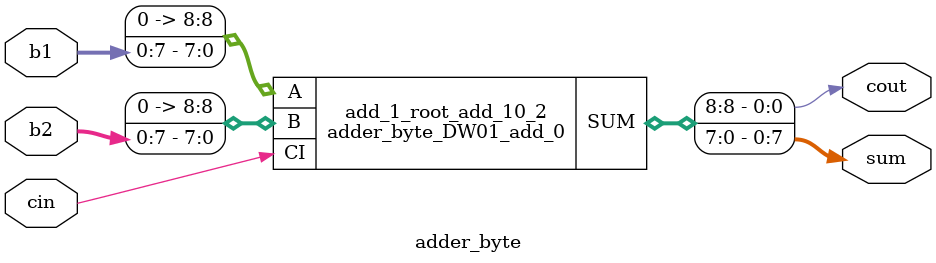
<source format=v>


module adder_byte_DW01_add_0 ( A, B, CI, SUM, CO );
  input [8:0] A;
  input [8:0] B;
  output [8:0] SUM;
  input CI;
  output CO;

  wire   [8:1] carry;

  FAX1 U1_8 ( .A(A[8]), .B(B[8]), .C(carry[8]), .YS(SUM[8]) );
  FAX1 U1_7 ( .A(A[7]), .B(B[7]), .C(carry[7]), .YC(carry[8]), .YS(SUM[7]) );
  FAX1 U1_6 ( .A(A[6]), .B(B[6]), .C(carry[6]), .YC(carry[7]), .YS(SUM[6]) );
  FAX1 U1_5 ( .A(A[5]), .B(B[5]), .C(carry[5]), .YC(carry[6]), .YS(SUM[5]) );
  FAX1 U1_4 ( .A(A[4]), .B(B[4]), .C(carry[4]), .YC(carry[5]), .YS(SUM[4]) );
  FAX1 U1_3 ( .A(A[3]), .B(B[3]), .C(carry[3]), .YC(carry[4]), .YS(SUM[3]) );
  FAX1 U1_2 ( .A(A[2]), .B(B[2]), .C(carry[2]), .YC(carry[3]), .YS(SUM[2]) );
  FAX1 U1_1 ( .A(A[1]), .B(B[1]), .C(carry[1]), .YC(carry[2]), .YS(SUM[1]) );
  FAX1 U1_0 ( .A(A[0]), .B(B[0]), .C(CI), .YC(carry[1]), .YS(SUM[0]) );
endmodule


module adder_byte ( b1, b2, cin, sum, cout );
  input [0:7] b1;
  input [0:7] b2;
  output [0:7] sum;
  input cin;
  output cout;


  adder_byte_DW01_add_0 add_1_root_add_10_2 ( .A({1'b0, b1}), .B({1'b0, b2}), 
        .CI(cin), .SUM({cout, sum}) );
endmodule


</source>
